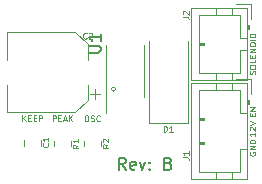
<source format=gto>
G04 #@! TF.GenerationSoftware,KiCad,Pcbnew,(5.1.10)-1*
G04 #@! TF.CreationDate,2021-10-26T19:42:31+01:00*
G04 #@! TF.ProjectId,drv120_solenoid_driver,64727631-3230-45f7-936f-6c656e6f6964,rev?*
G04 #@! TF.SameCoordinates,Original*
G04 #@! TF.FileFunction,Legend,Top*
G04 #@! TF.FilePolarity,Positive*
%FSLAX46Y46*%
G04 Gerber Fmt 4.6, Leading zero omitted, Abs format (unit mm)*
G04 Created by KiCad (PCBNEW (5.1.10)-1) date 2021-10-26 19:42:31*
%MOMM*%
%LPD*%
G01*
G04 APERTURE LIST*
%ADD10C,0.120000*%
%ADD11C,0.150000*%
%ADD12C,0.100000*%
%ADD13O,1.750000X1.200000*%
%ADD14R,1.800000X3.500000*%
%ADD15C,3.200000*%
G04 APERTURE END LIST*
D10*
X151817605Y-110807500D02*
G75*
G03*
X151817605Y-110807500I-179605J0D01*
G01*
D11*
X152685952Y-117609880D02*
X152352619Y-117133690D01*
X152114523Y-117609880D02*
X152114523Y-116609880D01*
X152495476Y-116609880D01*
X152590714Y-116657500D01*
X152638333Y-116705119D01*
X152685952Y-116800357D01*
X152685952Y-116943214D01*
X152638333Y-117038452D01*
X152590714Y-117086071D01*
X152495476Y-117133690D01*
X152114523Y-117133690D01*
X153495476Y-117562261D02*
X153400238Y-117609880D01*
X153209761Y-117609880D01*
X153114523Y-117562261D01*
X153066904Y-117467023D01*
X153066904Y-117086071D01*
X153114523Y-116990833D01*
X153209761Y-116943214D01*
X153400238Y-116943214D01*
X153495476Y-116990833D01*
X153543095Y-117086071D01*
X153543095Y-117181309D01*
X153066904Y-117276547D01*
X153876428Y-116943214D02*
X154114523Y-117609880D01*
X154352619Y-116943214D01*
X154733571Y-117514642D02*
X154781190Y-117562261D01*
X154733571Y-117609880D01*
X154685952Y-117562261D01*
X154733571Y-117514642D01*
X154733571Y-117609880D01*
X154733571Y-116990833D02*
X154781190Y-117038452D01*
X154733571Y-117086071D01*
X154685952Y-117038452D01*
X154733571Y-116990833D01*
X154733571Y-117086071D01*
X156305000Y-117086071D02*
X156447857Y-117133690D01*
X156495476Y-117181309D01*
X156543095Y-117276547D01*
X156543095Y-117419404D01*
X156495476Y-117514642D01*
X156447857Y-117562261D01*
X156352619Y-117609880D01*
X155971666Y-117609880D01*
X155971666Y-116609880D01*
X156305000Y-116609880D01*
X156400238Y-116657500D01*
X156447857Y-116705119D01*
X156495476Y-116800357D01*
X156495476Y-116895595D01*
X156447857Y-116990833D01*
X156400238Y-117038452D01*
X156305000Y-117086071D01*
X155971666Y-117086071D01*
D12*
X149324285Y-113010190D02*
X149419523Y-113010190D01*
X149467142Y-113034000D01*
X149514761Y-113081619D01*
X149538571Y-113176857D01*
X149538571Y-113343523D01*
X149514761Y-113438761D01*
X149467142Y-113486380D01*
X149419523Y-113510190D01*
X149324285Y-113510190D01*
X149276666Y-113486380D01*
X149229047Y-113438761D01*
X149205238Y-113343523D01*
X149205238Y-113176857D01*
X149229047Y-113081619D01*
X149276666Y-113034000D01*
X149324285Y-113010190D01*
X149729047Y-113486380D02*
X149800476Y-113510190D01*
X149919523Y-113510190D01*
X149967142Y-113486380D01*
X149990952Y-113462571D01*
X150014761Y-113414952D01*
X150014761Y-113367333D01*
X149990952Y-113319714D01*
X149967142Y-113295904D01*
X149919523Y-113272095D01*
X149824285Y-113248285D01*
X149776666Y-113224476D01*
X149752857Y-113200666D01*
X149729047Y-113153047D01*
X149729047Y-113105428D01*
X149752857Y-113057809D01*
X149776666Y-113034000D01*
X149824285Y-113010190D01*
X149943333Y-113010190D01*
X150014761Y-113034000D01*
X150514761Y-113462571D02*
X150490952Y-113486380D01*
X150419523Y-113510190D01*
X150371904Y-113510190D01*
X150300476Y-113486380D01*
X150252857Y-113438761D01*
X150229047Y-113391142D01*
X150205238Y-113295904D01*
X150205238Y-113224476D01*
X150229047Y-113129238D01*
X150252857Y-113081619D01*
X150300476Y-113034000D01*
X150371904Y-113010190D01*
X150419523Y-113010190D01*
X150490952Y-113034000D01*
X150514761Y-113057809D01*
X143946666Y-113510190D02*
X143946666Y-113010190D01*
X144232380Y-113510190D02*
X144018095Y-113224476D01*
X144232380Y-113010190D02*
X143946666Y-113295904D01*
X144446666Y-113248285D02*
X144613333Y-113248285D01*
X144684761Y-113510190D02*
X144446666Y-113510190D01*
X144446666Y-113010190D01*
X144684761Y-113010190D01*
X144899047Y-113248285D02*
X145065714Y-113248285D01*
X145137142Y-113510190D02*
X144899047Y-113510190D01*
X144899047Y-113010190D01*
X145137142Y-113010190D01*
X145351428Y-113510190D02*
X145351428Y-113010190D01*
X145541904Y-113010190D01*
X145589523Y-113034000D01*
X145613333Y-113057809D01*
X145637142Y-113105428D01*
X145637142Y-113176857D01*
X145613333Y-113224476D01*
X145589523Y-113248285D01*
X145541904Y-113272095D01*
X145351428Y-113272095D01*
X146498571Y-113510190D02*
X146498571Y-113010190D01*
X146689047Y-113010190D01*
X146736666Y-113034000D01*
X146760476Y-113057809D01*
X146784285Y-113105428D01*
X146784285Y-113176857D01*
X146760476Y-113224476D01*
X146736666Y-113248285D01*
X146689047Y-113272095D01*
X146498571Y-113272095D01*
X146998571Y-113248285D02*
X147165238Y-113248285D01*
X147236666Y-113510190D02*
X146998571Y-113510190D01*
X146998571Y-113010190D01*
X147236666Y-113010190D01*
X147427142Y-113367333D02*
X147665238Y-113367333D01*
X147379523Y-113510190D02*
X147546190Y-113010190D01*
X147712857Y-113510190D01*
X147879523Y-113510190D02*
X147879523Y-113010190D01*
X148165238Y-113510190D02*
X147950952Y-113224476D01*
X148165238Y-113010190D02*
X147879523Y-113295904D01*
X163651380Y-109549190D02*
X163675190Y-109477761D01*
X163675190Y-109358714D01*
X163651380Y-109311095D01*
X163627571Y-109287285D01*
X163579952Y-109263476D01*
X163532333Y-109263476D01*
X163484714Y-109287285D01*
X163460904Y-109311095D01*
X163437095Y-109358714D01*
X163413285Y-109453952D01*
X163389476Y-109501571D01*
X163365666Y-109525380D01*
X163318047Y-109549190D01*
X163270428Y-109549190D01*
X163222809Y-109525380D01*
X163199000Y-109501571D01*
X163175190Y-109453952D01*
X163175190Y-109334904D01*
X163199000Y-109263476D01*
X163175190Y-108953952D02*
X163175190Y-108858714D01*
X163199000Y-108811095D01*
X163246619Y-108763476D01*
X163341857Y-108739666D01*
X163508523Y-108739666D01*
X163603761Y-108763476D01*
X163651380Y-108811095D01*
X163675190Y-108858714D01*
X163675190Y-108953952D01*
X163651380Y-109001571D01*
X163603761Y-109049190D01*
X163508523Y-109073000D01*
X163341857Y-109073000D01*
X163246619Y-109049190D01*
X163199000Y-109001571D01*
X163175190Y-108953952D01*
X163675190Y-108287285D02*
X163675190Y-108525380D01*
X163175190Y-108525380D01*
X163413285Y-108120619D02*
X163413285Y-107953952D01*
X163675190Y-107882523D02*
X163675190Y-108120619D01*
X163175190Y-108120619D01*
X163175190Y-107882523D01*
X163675190Y-107668238D02*
X163175190Y-107668238D01*
X163675190Y-107382523D01*
X163175190Y-107382523D01*
X163175190Y-107049190D02*
X163175190Y-106953952D01*
X163199000Y-106906333D01*
X163246619Y-106858714D01*
X163341857Y-106834904D01*
X163508523Y-106834904D01*
X163603761Y-106858714D01*
X163651380Y-106906333D01*
X163675190Y-106953952D01*
X163675190Y-107049190D01*
X163651380Y-107096809D01*
X163603761Y-107144428D01*
X163508523Y-107168238D01*
X163341857Y-107168238D01*
X163246619Y-107144428D01*
X163199000Y-107096809D01*
X163175190Y-107049190D01*
X163675190Y-106620619D02*
X163175190Y-106620619D01*
X163675190Y-106382523D02*
X163175190Y-106382523D01*
X163175190Y-106263476D01*
X163199000Y-106192047D01*
X163246619Y-106144428D01*
X163294238Y-106120619D01*
X163389476Y-106096809D01*
X163460904Y-106096809D01*
X163556142Y-106120619D01*
X163603761Y-106144428D01*
X163651380Y-106192047D01*
X163675190Y-106263476D01*
X163675190Y-106382523D01*
X162959000Y-113200595D02*
X162959000Y-112748214D01*
X163413285Y-113081547D02*
X163413285Y-112914880D01*
X163675190Y-112843452D02*
X163675190Y-113081547D01*
X163175190Y-113081547D01*
X163175190Y-112843452D01*
X162959000Y-112748214D02*
X162959000Y-112224404D01*
X163675190Y-112629166D02*
X163175190Y-112629166D01*
X163675190Y-112343452D01*
X163175190Y-112343452D01*
X163675190Y-114482523D02*
X163675190Y-114768238D01*
X163675190Y-114625380D02*
X163175190Y-114625380D01*
X163246619Y-114673000D01*
X163294238Y-114720619D01*
X163318047Y-114768238D01*
X163222809Y-114292047D02*
X163199000Y-114268238D01*
X163175190Y-114220619D01*
X163175190Y-114101571D01*
X163199000Y-114053952D01*
X163222809Y-114030142D01*
X163270428Y-114006333D01*
X163318047Y-114006333D01*
X163389476Y-114030142D01*
X163675190Y-114315857D01*
X163675190Y-114006333D01*
X163175190Y-113863476D02*
X163675190Y-113696809D01*
X163175190Y-113530142D01*
X163199000Y-116141452D02*
X163175190Y-116189071D01*
X163175190Y-116260500D01*
X163199000Y-116331928D01*
X163246619Y-116379547D01*
X163294238Y-116403357D01*
X163389476Y-116427166D01*
X163460904Y-116427166D01*
X163556142Y-116403357D01*
X163603761Y-116379547D01*
X163651380Y-116331928D01*
X163675190Y-116260500D01*
X163675190Y-116212880D01*
X163651380Y-116141452D01*
X163627571Y-116117642D01*
X163460904Y-116117642D01*
X163460904Y-116212880D01*
X163675190Y-115903357D02*
X163175190Y-115903357D01*
X163675190Y-115617642D01*
X163175190Y-115617642D01*
X163675190Y-115379547D02*
X163175190Y-115379547D01*
X163175190Y-115260500D01*
X163199000Y-115189071D01*
X163246619Y-115141452D01*
X163294238Y-115117642D01*
X163389476Y-115093833D01*
X163460904Y-115093833D01*
X163556142Y-115117642D01*
X163603761Y-115141452D01*
X163651380Y-115189071D01*
X163675190Y-115260500D01*
X163675190Y-115379547D01*
D10*
X163273000Y-103621500D02*
X162023000Y-103621500D01*
X163273000Y-104871500D02*
X163273000Y-103621500D01*
X158863000Y-106981500D02*
X159363000Y-106981500D01*
X159363000Y-107081500D02*
X158863000Y-107081500D01*
X159363000Y-106881500D02*
X159363000Y-107081500D01*
X158863000Y-106881500D02*
X159363000Y-106881500D01*
X160363000Y-110041500D02*
X160363000Y-109431500D01*
X161663000Y-110041500D02*
X161663000Y-109431500D01*
X160363000Y-103921500D02*
X160363000Y-104531500D01*
X161663000Y-103921500D02*
X161663000Y-104531500D01*
X162363000Y-107481500D02*
X162973000Y-107481500D01*
X162363000Y-109431500D02*
X162363000Y-107481500D01*
X158863000Y-109431500D02*
X162363000Y-109431500D01*
X158863000Y-104531500D02*
X158863000Y-109431500D01*
X162363000Y-104531500D02*
X158863000Y-104531500D01*
X162363000Y-106481500D02*
X162363000Y-104531500D01*
X162973000Y-106481500D02*
X162363000Y-106481500D01*
X163073000Y-105681500D02*
X163073000Y-105381500D01*
X163173000Y-105381500D02*
X162973000Y-105381500D01*
X163173000Y-105681500D02*
X163173000Y-105381500D01*
X162973000Y-105681500D02*
X163173000Y-105681500D01*
X162973000Y-110041500D02*
X162973000Y-103921500D01*
X158253000Y-110041500D02*
X162973000Y-110041500D01*
X158253000Y-103921500D02*
X158253000Y-110041500D01*
X162973000Y-103921500D02*
X158253000Y-103921500D01*
X163273000Y-109971500D02*
X162023000Y-109971500D01*
X163273000Y-111221500D02*
X163273000Y-109971500D01*
X158863000Y-115331500D02*
X159363000Y-115331500D01*
X159363000Y-115431500D02*
X158863000Y-115431500D01*
X159363000Y-115231500D02*
X159363000Y-115431500D01*
X158863000Y-115231500D02*
X159363000Y-115231500D01*
X158863000Y-113331500D02*
X159363000Y-113331500D01*
X159363000Y-113431500D02*
X158863000Y-113431500D01*
X159363000Y-113231500D02*
X159363000Y-113431500D01*
X158863000Y-113231500D02*
X159363000Y-113231500D01*
X160363000Y-118391500D02*
X160363000Y-117781500D01*
X161663000Y-118391500D02*
X161663000Y-117781500D01*
X160363000Y-110271500D02*
X160363000Y-110881500D01*
X161663000Y-110271500D02*
X161663000Y-110881500D01*
X162363000Y-115831500D02*
X162973000Y-115831500D01*
X162363000Y-117781500D02*
X162363000Y-115831500D01*
X158863000Y-117781500D02*
X162363000Y-117781500D01*
X158863000Y-110881500D02*
X158863000Y-117781500D01*
X162363000Y-110881500D02*
X158863000Y-110881500D01*
X162363000Y-112831500D02*
X162363000Y-110881500D01*
X162973000Y-112831500D02*
X162363000Y-112831500D01*
X163073000Y-112031500D02*
X163073000Y-111731500D01*
X163173000Y-111731500D02*
X162973000Y-111731500D01*
X163173000Y-112031500D02*
X163173000Y-111731500D01*
X162973000Y-112031500D02*
X163173000Y-112031500D01*
X162973000Y-118391500D02*
X162973000Y-110271500D01*
X158253000Y-118391500D02*
X162973000Y-118391500D01*
X158253000Y-110271500D02*
X158253000Y-118391500D01*
X162973000Y-110271500D02*
X158253000Y-110271500D01*
X154264000Y-109220000D02*
X154264000Y-107020000D01*
X154264000Y-109220000D02*
X154264000Y-111420000D01*
X151044000Y-109220000D02*
X151044000Y-107020000D01*
X151044000Y-109220000D02*
X151044000Y-112820000D01*
X154687000Y-113643500D02*
X154687000Y-106743500D01*
X157987000Y-113643500D02*
X157987000Y-106743500D01*
X154687000Y-113643500D02*
X157987000Y-113643500D01*
X150093750Y-111588250D02*
X150093750Y-110800750D01*
X150487500Y-111194500D02*
X149700000Y-111194500D01*
X149460000Y-107001437D02*
X148395563Y-105937000D01*
X149460000Y-111692563D02*
X148395563Y-112757000D01*
X149460000Y-111692563D02*
X149460000Y-110407000D01*
X149460000Y-107001437D02*
X149460000Y-108287000D01*
X148395563Y-105937000D02*
X142640000Y-105937000D01*
X148395563Y-112757000D02*
X142640000Y-112757000D01*
X142640000Y-112757000D02*
X142640000Y-110407000D01*
X142640000Y-105937000D02*
X142640000Y-108287000D01*
X146585000Y-115175936D02*
X146585000Y-115630064D01*
X148055000Y-115175936D02*
X148055000Y-115630064D01*
X150595000Y-115175936D02*
X150595000Y-115630064D01*
X149125000Y-115175936D02*
X149125000Y-115630064D01*
X144045000Y-115076248D02*
X144045000Y-115598752D01*
X145515000Y-115076248D02*
X145515000Y-115598752D01*
D12*
X157523690Y-104687666D02*
X157880833Y-104687666D01*
X157952261Y-104711476D01*
X157999880Y-104759095D01*
X158023690Y-104830523D01*
X158023690Y-104878142D01*
X157571309Y-104473380D02*
X157547500Y-104449571D01*
X157523690Y-104401952D01*
X157523690Y-104282904D01*
X157547500Y-104235285D01*
X157571309Y-104211476D01*
X157618928Y-104187666D01*
X157666547Y-104187666D01*
X157737976Y-104211476D01*
X158023690Y-104497190D01*
X158023690Y-104187666D01*
X157523690Y-116562166D02*
X157880833Y-116562166D01*
X157952261Y-116585976D01*
X157999880Y-116633595D01*
X158023690Y-116705023D01*
X158023690Y-116752642D01*
X158023690Y-116062166D02*
X158023690Y-116347880D01*
X158023690Y-116205023D02*
X157523690Y-116205023D01*
X157595119Y-116252642D01*
X157642738Y-116300261D01*
X157666547Y-116347880D01*
D11*
X149566380Y-107695904D02*
X150375904Y-107695904D01*
X150471142Y-107648285D01*
X150518761Y-107600666D01*
X150566380Y-107505428D01*
X150566380Y-107314952D01*
X150518761Y-107219714D01*
X150471142Y-107172095D01*
X150375904Y-107124476D01*
X149566380Y-107124476D01*
X150566380Y-106124476D02*
X150566380Y-106695904D01*
X150566380Y-106410190D02*
X149566380Y-106410190D01*
X149709238Y-106505428D01*
X149804476Y-106600666D01*
X149852095Y-106695904D01*
D12*
X155904452Y-114399190D02*
X155904452Y-113899190D01*
X156023500Y-113899190D01*
X156094928Y-113923000D01*
X156142547Y-113970619D01*
X156166357Y-114018238D01*
X156190166Y-114113476D01*
X156190166Y-114184904D01*
X156166357Y-114280142D01*
X156142547Y-114327761D01*
X156094928Y-114375380D01*
X156023500Y-114399190D01*
X155904452Y-114399190D01*
X156666357Y-114399190D02*
X156380642Y-114399190D01*
X156523500Y-114399190D02*
X156523500Y-113899190D01*
X156475880Y-113970619D01*
X156428261Y-114018238D01*
X156380642Y-114042047D01*
X149395666Y-106477571D02*
X149371857Y-106501380D01*
X149300428Y-106525190D01*
X149252809Y-106525190D01*
X149181380Y-106501380D01*
X149133761Y-106453761D01*
X149109952Y-106406142D01*
X149086142Y-106310904D01*
X149086142Y-106239476D01*
X149109952Y-106144238D01*
X149133761Y-106096619D01*
X149181380Y-106049000D01*
X149252809Y-106025190D01*
X149300428Y-106025190D01*
X149371857Y-106049000D01*
X149395666Y-106072809D01*
X149586142Y-106072809D02*
X149609952Y-106049000D01*
X149657571Y-106025190D01*
X149776619Y-106025190D01*
X149824238Y-106049000D01*
X149848047Y-106072809D01*
X149871857Y-106120428D01*
X149871857Y-106168047D01*
X149848047Y-106239476D01*
X149562333Y-106525190D01*
X149871857Y-106525190D01*
X148689190Y-115486333D02*
X148451095Y-115653000D01*
X148689190Y-115772047D02*
X148189190Y-115772047D01*
X148189190Y-115581571D01*
X148213000Y-115533952D01*
X148236809Y-115510142D01*
X148284428Y-115486333D01*
X148355857Y-115486333D01*
X148403476Y-115510142D01*
X148427285Y-115533952D01*
X148451095Y-115581571D01*
X148451095Y-115772047D01*
X148689190Y-115010142D02*
X148689190Y-115295857D01*
X148689190Y-115153000D02*
X148189190Y-115153000D01*
X148260619Y-115200619D01*
X148308238Y-115248238D01*
X148332047Y-115295857D01*
X151229190Y-115462833D02*
X150991095Y-115629500D01*
X151229190Y-115748547D02*
X150729190Y-115748547D01*
X150729190Y-115558071D01*
X150753000Y-115510452D01*
X150776809Y-115486642D01*
X150824428Y-115462833D01*
X150895857Y-115462833D01*
X150943476Y-115486642D01*
X150967285Y-115510452D01*
X150991095Y-115558071D01*
X150991095Y-115748547D01*
X150776809Y-115272357D02*
X150753000Y-115248547D01*
X150729190Y-115200928D01*
X150729190Y-115081880D01*
X150753000Y-115034261D01*
X150776809Y-115010452D01*
X150824428Y-114986642D01*
X150872047Y-114986642D01*
X150943476Y-115010452D01*
X151229190Y-115296166D01*
X151229190Y-114986642D01*
X146101571Y-115378833D02*
X146125380Y-115402642D01*
X146149190Y-115474071D01*
X146149190Y-115521690D01*
X146125380Y-115593119D01*
X146077761Y-115640738D01*
X146030142Y-115664547D01*
X145934904Y-115688357D01*
X145863476Y-115688357D01*
X145768238Y-115664547D01*
X145720619Y-115640738D01*
X145673000Y-115593119D01*
X145649190Y-115521690D01*
X145649190Y-115474071D01*
X145673000Y-115402642D01*
X145696809Y-115378833D01*
X146149190Y-114902642D02*
X146149190Y-115188357D01*
X146149190Y-115045500D02*
X145649190Y-115045500D01*
X145720619Y-115093119D01*
X145768238Y-115140738D01*
X145792047Y-115188357D01*
%LPC*%
G36*
G01*
X160537999Y-105381500D02*
X161788001Y-105381500D01*
G75*
G02*
X162038000Y-105631499I0J-249999D01*
G01*
X162038000Y-106331501D01*
G75*
G02*
X161788001Y-106581500I-249999J0D01*
G01*
X160537999Y-106581500D01*
G75*
G02*
X160288000Y-106331501I0J249999D01*
G01*
X160288000Y-105631499D01*
G75*
G02*
X160537999Y-105381500I249999J0D01*
G01*
G37*
D13*
X161163000Y-107981500D03*
G36*
G01*
X160537999Y-111731500D02*
X161788001Y-111731500D01*
G75*
G02*
X162038000Y-111981499I0J-249999D01*
G01*
X162038000Y-112681501D01*
G75*
G02*
X161788001Y-112931500I-249999J0D01*
G01*
X160537999Y-112931500D01*
G75*
G02*
X160288000Y-112681501I0J249999D01*
G01*
X160288000Y-111981499D01*
G75*
G02*
X160537999Y-111731500I249999J0D01*
G01*
G37*
X161163000Y-114331500D03*
X161163000Y-116331500D03*
G36*
G01*
X151779000Y-107095000D02*
X151579000Y-107095000D01*
G75*
G02*
X151479000Y-106995000I0J100000D01*
G01*
X151479000Y-105720000D01*
G75*
G02*
X151579000Y-105620000I100000J0D01*
G01*
X151779000Y-105620000D01*
G75*
G02*
X151879000Y-105720000I0J-100000D01*
G01*
X151879000Y-106995000D01*
G75*
G02*
X151779000Y-107095000I-100000J0D01*
G01*
G37*
G36*
G01*
X152429000Y-107095000D02*
X152229000Y-107095000D01*
G75*
G02*
X152129000Y-106995000I0J100000D01*
G01*
X152129000Y-105720000D01*
G75*
G02*
X152229000Y-105620000I100000J0D01*
G01*
X152429000Y-105620000D01*
G75*
G02*
X152529000Y-105720000I0J-100000D01*
G01*
X152529000Y-106995000D01*
G75*
G02*
X152429000Y-107095000I-100000J0D01*
G01*
G37*
G36*
G01*
X153079000Y-107095000D02*
X152879000Y-107095000D01*
G75*
G02*
X152779000Y-106995000I0J100000D01*
G01*
X152779000Y-105720000D01*
G75*
G02*
X152879000Y-105620000I100000J0D01*
G01*
X153079000Y-105620000D01*
G75*
G02*
X153179000Y-105720000I0J-100000D01*
G01*
X153179000Y-106995000D01*
G75*
G02*
X153079000Y-107095000I-100000J0D01*
G01*
G37*
G36*
G01*
X153729000Y-107095000D02*
X153529000Y-107095000D01*
G75*
G02*
X153429000Y-106995000I0J100000D01*
G01*
X153429000Y-105720000D01*
G75*
G02*
X153529000Y-105620000I100000J0D01*
G01*
X153729000Y-105620000D01*
G75*
G02*
X153829000Y-105720000I0J-100000D01*
G01*
X153829000Y-106995000D01*
G75*
G02*
X153729000Y-107095000I-100000J0D01*
G01*
G37*
G36*
G01*
X153729000Y-112820000D02*
X153529000Y-112820000D01*
G75*
G02*
X153429000Y-112720000I0J100000D01*
G01*
X153429000Y-111445000D01*
G75*
G02*
X153529000Y-111345000I100000J0D01*
G01*
X153729000Y-111345000D01*
G75*
G02*
X153829000Y-111445000I0J-100000D01*
G01*
X153829000Y-112720000D01*
G75*
G02*
X153729000Y-112820000I-100000J0D01*
G01*
G37*
G36*
G01*
X153079000Y-112820000D02*
X152879000Y-112820000D01*
G75*
G02*
X152779000Y-112720000I0J100000D01*
G01*
X152779000Y-111445000D01*
G75*
G02*
X152879000Y-111345000I100000J0D01*
G01*
X153079000Y-111345000D01*
G75*
G02*
X153179000Y-111445000I0J-100000D01*
G01*
X153179000Y-112720000D01*
G75*
G02*
X153079000Y-112820000I-100000J0D01*
G01*
G37*
G36*
G01*
X152429000Y-112820000D02*
X152229000Y-112820000D01*
G75*
G02*
X152129000Y-112720000I0J100000D01*
G01*
X152129000Y-111445000D01*
G75*
G02*
X152229000Y-111345000I100000J0D01*
G01*
X152429000Y-111345000D01*
G75*
G02*
X152529000Y-111445000I0J-100000D01*
G01*
X152529000Y-112720000D01*
G75*
G02*
X152429000Y-112820000I-100000J0D01*
G01*
G37*
G36*
G01*
X151779000Y-112820000D02*
X151579000Y-112820000D01*
G75*
G02*
X151479000Y-112720000I0J100000D01*
G01*
X151479000Y-111445000D01*
G75*
G02*
X151579000Y-111345000I100000J0D01*
G01*
X151779000Y-111345000D01*
G75*
G02*
X151879000Y-111445000I0J-100000D01*
G01*
X151879000Y-112720000D01*
G75*
G02*
X151779000Y-112820000I-100000J0D01*
G01*
G37*
D14*
X156337000Y-111743500D03*
X156337000Y-106743500D03*
D15*
X166751000Y-111125000D03*
X138049000Y-111125000D03*
G36*
G01*
X150500000Y-108797000D02*
X150500000Y-109897000D01*
G75*
G02*
X150250000Y-110147000I-250000J0D01*
G01*
X147250000Y-110147000D01*
G75*
G02*
X147000000Y-109897000I0J250000D01*
G01*
X147000000Y-108797000D01*
G75*
G02*
X147250000Y-108547000I250000J0D01*
G01*
X150250000Y-108547000D01*
G75*
G02*
X150500000Y-108797000I0J-250000D01*
G01*
G37*
G36*
G01*
X145100000Y-108797000D02*
X145100000Y-109897000D01*
G75*
G02*
X144850000Y-110147000I-250000J0D01*
G01*
X141850000Y-110147000D01*
G75*
G02*
X141600000Y-109897000I0J250000D01*
G01*
X141600000Y-108797000D01*
G75*
G02*
X141850000Y-108547000I250000J0D01*
G01*
X144850000Y-108547000D01*
G75*
G02*
X145100000Y-108797000I0J-250000D01*
G01*
G37*
G36*
G01*
X146869998Y-113978000D02*
X147770002Y-113978000D01*
G75*
G02*
X148020000Y-114227998I0J-249998D01*
G01*
X148020000Y-114753002D01*
G75*
G02*
X147770002Y-115003000I-249998J0D01*
G01*
X146869998Y-115003000D01*
G75*
G02*
X146620000Y-114753002I0J249998D01*
G01*
X146620000Y-114227998D01*
G75*
G02*
X146869998Y-113978000I249998J0D01*
G01*
G37*
G36*
G01*
X146869998Y-115803000D02*
X147770002Y-115803000D01*
G75*
G02*
X148020000Y-116052998I0J-249998D01*
G01*
X148020000Y-116578002D01*
G75*
G02*
X147770002Y-116828000I-249998J0D01*
G01*
X146869998Y-116828000D01*
G75*
G02*
X146620000Y-116578002I0J249998D01*
G01*
X146620000Y-116052998D01*
G75*
G02*
X146869998Y-115803000I249998J0D01*
G01*
G37*
G36*
G01*
X149409998Y-115803000D02*
X150310002Y-115803000D01*
G75*
G02*
X150560000Y-116052998I0J-249998D01*
G01*
X150560000Y-116578002D01*
G75*
G02*
X150310002Y-116828000I-249998J0D01*
G01*
X149409998Y-116828000D01*
G75*
G02*
X149160000Y-116578002I0J249998D01*
G01*
X149160000Y-116052998D01*
G75*
G02*
X149409998Y-115803000I249998J0D01*
G01*
G37*
G36*
G01*
X149409998Y-113978000D02*
X150310002Y-113978000D01*
G75*
G02*
X150560000Y-114227998I0J-249998D01*
G01*
X150560000Y-114753002D01*
G75*
G02*
X150310002Y-115003000I-249998J0D01*
G01*
X149409998Y-115003000D01*
G75*
G02*
X149160000Y-114753002I0J249998D01*
G01*
X149160000Y-114227998D01*
G75*
G02*
X149409998Y-113978000I249998J0D01*
G01*
G37*
G36*
G01*
X144305000Y-113712500D02*
X145255000Y-113712500D01*
G75*
G02*
X145505000Y-113962500I0J-250000D01*
G01*
X145505000Y-114637500D01*
G75*
G02*
X145255000Y-114887500I-250000J0D01*
G01*
X144305000Y-114887500D01*
G75*
G02*
X144055000Y-114637500I0J250000D01*
G01*
X144055000Y-113962500D01*
G75*
G02*
X144305000Y-113712500I250000J0D01*
G01*
G37*
G36*
G01*
X144305000Y-115787500D02*
X145255000Y-115787500D01*
G75*
G02*
X145505000Y-116037500I0J-250000D01*
G01*
X145505000Y-116712500D01*
G75*
G02*
X145255000Y-116962500I-250000J0D01*
G01*
X144305000Y-116962500D01*
G75*
G02*
X144055000Y-116712500I0J250000D01*
G01*
X144055000Y-116037500D01*
G75*
G02*
X144305000Y-115787500I250000J0D01*
G01*
G37*
M02*

</source>
